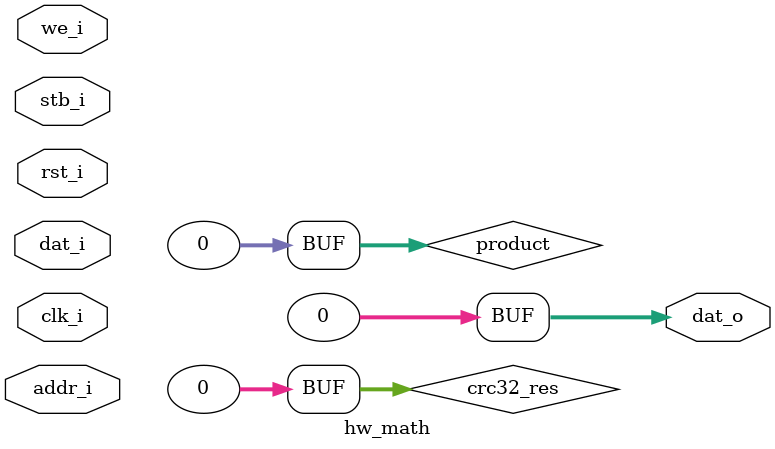
<source format=v>

`include "config.v"

module hw_math
(
    // WISHBONE bus slave interface
    input  wire				clk_i,         // clock
    input  wire				rst_i,         // reset (asynchronous active low)
    input  wire [3:0]                   addr_i,        // address
    input  wire [31:0]                  dat_i,         // data input
    output wire [31:0]                  dat_o,         // data output
    input  wire				stb_i,         // strobe
    input  wire				we_i           // write enable
);

localparam REG_CRC32_IO = 2'b00;
localparam REG_CRC32_RST = 2'b01;
localparam REG_MULT_IO = 2'b10;
localparam REG_MULT_CTL = 2'b11;

///////////////////////////////////////////////////////////////////////////////

`ifdef CRC32_ENABLED

// addr 000 - add
wire crc32_add_value = stb_i & we_i & (addr_i[3:2] == REG_CRC32_IO);

// addr 100 - reset
wire reset_crc = (stb_i & we_i & (addr_i[3:2] == REG_CRC32_RST)) | rst_i;

// polynomial: x^32 + x^26 + x^23 + x^22 + x^16 + x^12 + x^11 + x^10 + x^8 + x^7 + x^5 + x^4 + x^2 + x^1 + 1
// data width: 8
// convention: the first serial bit is D[7]
function [31:0] nextCRC32_D8;

input [7:0] Data;
input [31:0] crc;
reg [7:0] d;
reg [31:0] c;
reg [31:0] newcrc;
begin
    d = Data;
    c = crc;

    newcrc[0] = d[6] ^ d[0] ^ c[24] ^ c[30];
    newcrc[1] = d[7] ^ d[6] ^ d[1] ^ d[0] ^ c[24] ^ c[25] ^ c[30] ^ c[31];
    newcrc[2] = d[7] ^ d[6] ^ d[2] ^ d[1] ^ d[0] ^ c[24] ^ c[25] ^ c[26] ^ c[30] ^ c[31];
    newcrc[3] = d[7] ^ d[3] ^ d[2] ^ d[1] ^ c[25] ^ c[26] ^ c[27] ^ c[31];
    newcrc[4] = d[6] ^ d[4] ^ d[3] ^ d[2] ^ d[0] ^ c[24] ^ c[26] ^ c[27] ^ c[28] ^ c[30];
    newcrc[5] = d[7] ^ d[6] ^ d[5] ^ d[4] ^ d[3] ^ d[1] ^ d[0] ^ c[24] ^ c[25] ^ c[27] ^ c[28] ^ c[29] ^ c[30] ^ c[31];
    newcrc[6] = d[7] ^ d[6] ^ d[5] ^ d[4] ^ d[2] ^ d[1] ^ c[25] ^ c[26] ^ c[28] ^ c[29] ^ c[30] ^ c[31];
    newcrc[7] = d[7] ^ d[5] ^ d[3] ^ d[2] ^ d[0] ^ c[24] ^ c[26] ^ c[27] ^ c[29] ^ c[31];
    newcrc[8] = d[4] ^ d[3] ^ d[1] ^ d[0] ^ c[0] ^ c[24] ^ c[25] ^ c[27] ^ c[28];
    newcrc[9] = d[5] ^ d[4] ^ d[2] ^ d[1] ^ c[1] ^ c[25] ^ c[26] ^ c[28] ^ c[29];
    newcrc[10] = d[5] ^ d[3] ^ d[2] ^ d[0] ^ c[2] ^ c[24] ^ c[26] ^ c[27] ^ c[29];
    newcrc[11] = d[4] ^ d[3] ^ d[1] ^ d[0] ^ c[3] ^ c[24] ^ c[25] ^ c[27] ^ c[28];
    newcrc[12] = d[6] ^ d[5] ^ d[4] ^ d[2] ^ d[1] ^ d[0] ^ c[4] ^ c[24] ^ c[25] ^ c[26] ^ c[28] ^ c[29] ^ c[30];
    newcrc[13] = d[7] ^ d[6] ^ d[5] ^ d[3] ^ d[2] ^ d[1] ^ c[5] ^ c[25] ^ c[26] ^ c[27] ^ c[29] ^ c[30] ^ c[31];
    newcrc[14] = d[7] ^ d[6] ^ d[4] ^ d[3] ^ d[2] ^ c[6] ^ c[26] ^ c[27] ^ c[28] ^ c[30] ^ c[31];
    newcrc[15] = d[7] ^ d[5] ^ d[4] ^ d[3] ^ c[7] ^ c[27] ^ c[28] ^ c[29] ^ c[31];
    newcrc[16] = d[5] ^ d[4] ^ d[0] ^ c[8] ^ c[24] ^ c[28] ^ c[29];
    newcrc[17] = d[6] ^ d[5] ^ d[1] ^ c[9] ^ c[25] ^ c[29] ^ c[30];
    newcrc[18] = d[7] ^ d[6] ^ d[2] ^ c[10] ^ c[26] ^ c[30] ^ c[31];
    newcrc[19] = d[7] ^ d[3] ^ c[11] ^ c[27] ^ c[31];
    newcrc[20] = d[4] ^ c[12] ^ c[28];
    newcrc[21] = d[5] ^ c[13] ^ c[29];
    newcrc[22] = d[0] ^ c[14] ^ c[24];
    newcrc[23] = d[6] ^ d[1] ^ d[0] ^ c[15] ^ c[24] ^ c[25] ^ c[30];
    newcrc[24] = d[7] ^ d[2] ^ d[1] ^ c[16] ^ c[25] ^ c[26] ^ c[31];
    newcrc[25] = d[3] ^ d[2] ^ c[17] ^ c[26] ^ c[27];
    newcrc[26] = d[6] ^ d[4] ^ d[3] ^ d[0] ^ c[18] ^ c[24] ^ c[27] ^ c[28] ^ c[30];
    newcrc[27] = d[7] ^ d[5] ^ d[4] ^ d[1] ^ c[19] ^ c[25] ^ c[28] ^ c[29] ^ c[31];
    newcrc[28] = d[6] ^ d[5] ^ d[2] ^ c[20] ^ c[26] ^ c[29] ^ c[30];
    newcrc[29] = d[7] ^ d[6] ^ d[3] ^ c[21] ^ c[27] ^ c[30] ^ c[31];
    newcrc[30] = d[7] ^ d[4] ^ c[22] ^ c[28] ^ c[31];
    newcrc[31] = d[5] ^ c[23] ^ c[29];
    nextCRC32_D8 = newcrc;
end
endfunction

///////////////////////////////////////////////////////////////////////////////

wire [7:0] next_byte = {dat_i[0], dat_i[1], dat_i[2], dat_i[3],
                        dat_i[4], dat_i[5], dat_i[6], dat_i[7]};

reg [31:0] crc32_;
always @(posedge clk_i) begin
    if (reset_crc)
        crc32_ <= 32'hFFFFFFFF;
    if(crc32_add_value)
        crc32_ <= nextCRC32_D8( next_byte , crc32_ );
end

wire [31:0] crc32_res = { ~crc32_[0], ~crc32_[1], ~crc32_[2], ~crc32_[3],
                 ~crc32_[4], ~crc32_[5], ~crc32_[6], ~crc32_[7],
                 ~crc32_[8], ~crc32_[9], ~crc32_[10], ~crc32_[11],
                 ~crc32_[12], ~crc32_[13], ~crc32_[14], ~crc32_[15],
                 ~crc32_[16], ~crc32_[17], ~crc32_[18], ~crc32_[19],
                 ~crc32_[20], ~crc32_[21], ~crc32_[22], ~crc32_[23],
                 ~crc32_[24], ~crc32_[25], ~crc32_[26], ~crc32_[27],
                 ~crc32_[28], ~crc32_[29], ~crc32_[30], ~crc32_[31]};

`else
wire [31:0] crc32_res = 32'd0;
`endif // CRC32_ENABLED

///////////////////////////////////////////////////////////////////////////////

`ifdef HW_MUL_ENABLED

// functionality of gcc math function: int __mulsi3 (int a, int b)

// W -> set arguments | R -> read result
wire multiplyer_io  = stb_i & (addr_i[3:2] == REG_MULT_IO);

// control
wire multiplyer_ctl = stb_i & (addr_i[3:2] == REG_MULT_CTL);


reg signed [31:0] product;

reg signed [31:0] a;
reg signed [31:0] b;

always @(posedge clk_i) begin
    if (rst_i) begin
        a <= 32'd0;
        b <= 32'd0;
    end else begin
        product <= a * b;

        if(multiplyer_io & we_i) begin
            b <= a;
            a <= dat_i;
        end
    end
end

`else
wire [31:0] product = 32'd0;
`endif // HW_MUL_ENABLED

////////////////////////////////////////////////////////////////////////////////

assign dat_o = addr_i[3] ? product : crc32_res;

endmodule

</source>
